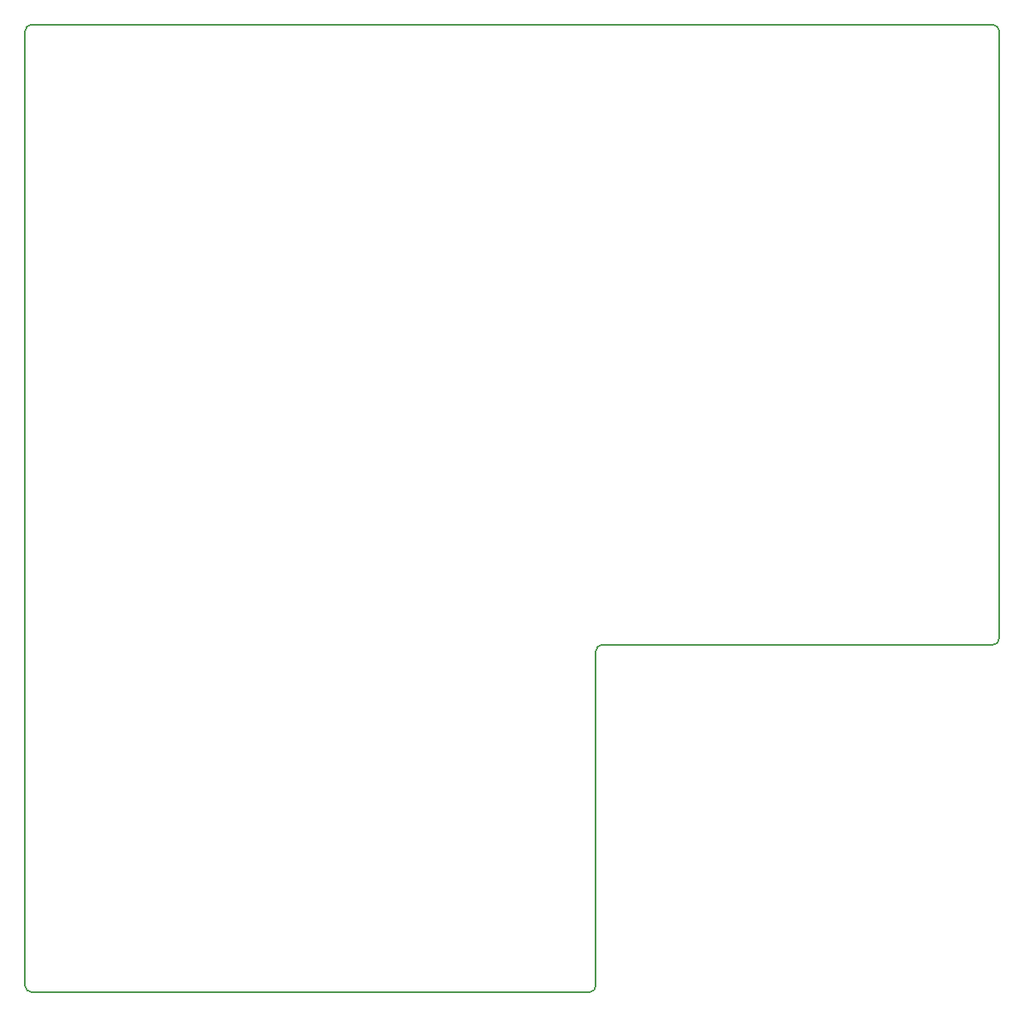
<source format=gm1>
G04 #@! TF.FileFunction,Profile,NP*
%FSLAX46Y46*%
G04 Gerber Fmt 4.6, Leading zero omitted, Abs format (unit mm)*
G04 Created by KiCad (PCBNEW 4.0.7) date 07/03/19 12:58:59*
%MOMM*%
%LPD*%
G01*
G04 APERTURE LIST*
%ADD10C,0.100000*%
%ADD11C,0.150000*%
G04 APERTURE END LIST*
D10*
D11*
X194945000Y-124460000D02*
X194945000Y-158750000D01*
X195580000Y-123825000D02*
X235585000Y-123825000D01*
X195580000Y-123825000D02*
G75*
G03X194945000Y-124460000I0J-635000D01*
G01*
X236220000Y-60960000D02*
G75*
G03X235585000Y-60325000I-635000J0D01*
G01*
X236220000Y-123190000D02*
X236220000Y-60960000D01*
X137160000Y-60325000D02*
X235585000Y-60325000D01*
X137160000Y-60325000D02*
G75*
G03X136525000Y-60960000I0J-635000D01*
G01*
X136525000Y-123825000D02*
X136525000Y-60960000D01*
X235585000Y-123825000D02*
G75*
G03X236220000Y-123190000I0J635000D01*
G01*
X137160000Y-159385000D02*
X194310000Y-159385000D01*
X136525000Y-158750000D02*
X136525000Y-123825000D01*
X194310000Y-159385000D02*
G75*
G03X194945000Y-158750000I0J635000D01*
G01*
X136525000Y-158750000D02*
G75*
G03X137160000Y-159385000I635000J0D01*
G01*
M02*

</source>
